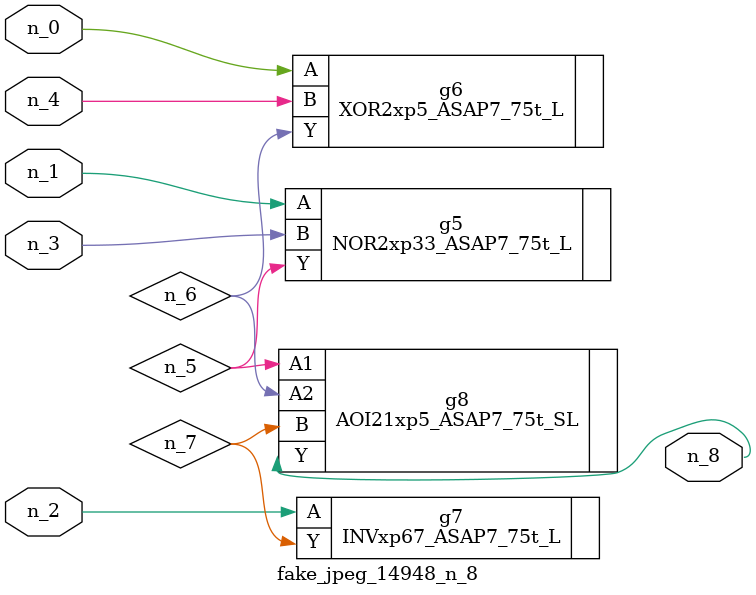
<source format=v>
module fake_jpeg_14948_n_8 (n_3, n_2, n_1, n_0, n_4, n_8);

input n_3;
input n_2;
input n_1;
input n_0;
input n_4;

output n_8;

wire n_6;
wire n_5;
wire n_7;

NOR2xp33_ASAP7_75t_L g5 ( 
.A(n_1),
.B(n_3),
.Y(n_5)
);

XOR2xp5_ASAP7_75t_L g6 ( 
.A(n_0),
.B(n_4),
.Y(n_6)
);

INVxp67_ASAP7_75t_L g7 ( 
.A(n_2),
.Y(n_7)
);

AOI21xp5_ASAP7_75t_SL g8 ( 
.A1(n_5),
.A2(n_6),
.B(n_7),
.Y(n_8)
);


endmodule
</source>
